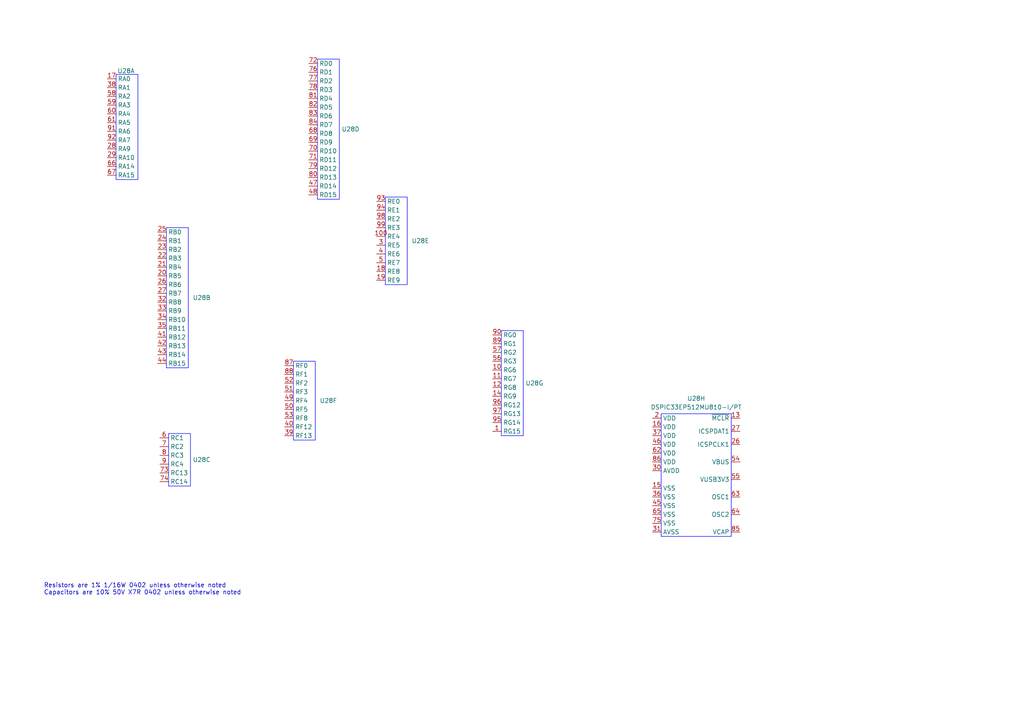
<source format=kicad_sch>
(kicad_sch (version 20250114) (generator "eeschema") (generator_version "9.0")
  (paper "A4")
  (title_block (title "RPI CMx Carrier") (date "2025-12-07") (rev "2.00-0A") (comment 1 "Jean-Francois Bilodeau") (comment 2 "P.Eng #6022173") (comment 3 "203-1690 Rue des quatre-saisons") (comment 4 "Sherbrooke, Canada, J1E0N2") (comment 5 "KiCad Rev 9.0") (comment 6 "TBD") (comment 7 "TBD") (comment 8 "WIP"))
  (lib_symbols
    (symbol "KicadCompDb:Digital/DIGITAL_00004"
      (property "Reference" "U" (at 10.16 1.27 0))
      (property "Value" "DSPIC33EP512MU810-I/PT" (at 0 0 0))
      (symbol "Digital/DIGITAL_00004_1_1"
        (rectangle (start 0 0) (end 6.35 -30.48) (stroke (width 0) (color 0 0 255 1)))
        (pin input line (at -2.54 -1.27 0) (length 2.54) (name "RA0") (number "17"))
        (pin input line (at -2.54 -3.81 0) (length 2.54) (name "RA1") (number "38"))
        (pin input line (at -2.54 -6.35 0) (length 2.54) (name "RA2") (number "58"))
        (pin input line (at -2.54 -8.89 0) (length 2.54) (name "RA3") (number "59"))
        (pin input line (at -2.54 -11.43 0) (length 2.54) (name "RA4") (number "60"))
        (pin input line (at -2.54 -13.97 0) (length 2.54) (name "RA5") (number "61"))
        (pin input line (at -2.54 -16.51 0) (length 2.54) (name "RA6") (number "91"))
        (pin input line (at -2.54 -19.05 0) (length 2.54) (name "RA7") (number "92"))
        (pin input line (at -2.54 -21.59 0) (length 2.54) (name "RA9") (number "28"))
        (pin input line (at -2.54 -24.13 0) (length 2.54) (name "RA10") (number "29"))
        (pin input line (at -2.54 -26.67 0) (length 2.54) (name "RA14") (number "66"))
        (pin input line (at -2.54 -29.21 0) (length 2.54) (name "RA15") (number "67"))
      )
      (symbol "Digital/DIGITAL_00004_2_1"
        (rectangle (start 0 0) (end 6.35 -40.64) (stroke (width 0) (color 0 0 255 1)))
        (pin input line (at -2.54 -1.27 0) (length 2.54) (name "RB0") (number "25"))
        (pin input line (at -2.54 -3.81 0) (length 2.54) (name "RB1") (number "24"))
        (pin input line (at -2.54 -6.35 0) (length 2.54) (name "RB2") (number "23"))
        (pin input line (at -2.54 -8.89 0) (length 2.54) (name "RB3") (number "22"))
        (pin input line (at -2.54 -11.43 0) (length 2.54) (name "RB4") (number "21"))
        (pin input line (at -2.54 -13.97 0) (length 2.54) (name "RB5") (number "20"))
        (pin input line (at -2.54 -16.51 0) (length 2.54) (name "RB6") (number "26"))
        (pin input line (at -2.54 -19.05 0) (length 2.54) (name "RB7") (number "27"))
        (pin input line (at -2.54 -21.59 0) (length 2.54) (name "RB8") (number "32"))
        (pin input line (at -2.54 -24.13 0) (length 2.54) (name "RB9") (number "33"))
        (pin input line (at -2.54 -26.67 0) (length 2.54) (name "RB10") (number "34"))
        (pin input line (at -2.54 -29.21 0) (length 2.54) (name "RB11") (number "35"))
        (pin input line (at -2.54 -31.75 0) (length 2.54) (name "RB12") (number "41"))
        (pin input line (at -2.54 -34.29 0) (length 2.54) (name "RB13") (number "42"))
        (pin input line (at -2.54 -36.83 0) (length 2.54) (name "RB14") (number "43"))
        (pin input line (at -2.54 -39.37 0) (length 2.54) (name "RB15") (number "44"))
      )
      (symbol "Digital/DIGITAL_00004_3_1"
        (rectangle (start 0 0) (end 6.35 -15.24) (stroke (width 0) (color 0 0 255 1)))
        (pin input line (at -2.54 -1.27 0) (length 2.54) (name "RC1") (number "6"))
        (pin input line (at -2.54 -3.81 0) (length 2.54) (name "RC2") (number "7"))
        (pin input line (at -2.54 -6.35 0) (length 2.54) (name "RC3") (number "8"))
        (pin input line (at -2.54 -8.89 0) (length 2.54) (name "RC4") (number "9"))
        (pin input line (at -2.54 -11.43 0) (length 2.54) (name "RC13") (number "73"))
        (pin input line (at -2.54 -13.97 0) (length 2.54) (name "RC14") (number "74"))
      )
      (symbol "Digital/DIGITAL_00004_4_1"
        (rectangle (start 0 0) (end 6.35 -40.64) (stroke (width 0) (color 0 0 255 1)))
        (pin input line (at -2.54 -1.27 0) (length 2.54) (name "RD0") (number "72"))
        (pin input line (at -2.54 -3.81 0) (length 2.54) (name "RD1") (number "76"))
        (pin input line (at -2.54 -6.35 0) (length 2.54) (name "RD2") (number "77"))
        (pin input line (at -2.54 -8.89 0) (length 2.54) (name "RD3") (number "78"))
        (pin input line (at -2.54 -11.43 0) (length 2.54) (name "RD4") (number "81"))
        (pin input line (at -2.54 -13.97 0) (length 2.54) (name "RD5") (number "82"))
        (pin input line (at -2.54 -16.51 0) (length 2.54) (name "RD6") (number "83"))
        (pin input line (at -2.54 -19.05 0) (length 2.54) (name "RD7") (number "84"))
        (pin input line (at -2.54 -21.59 0) (length 2.54) (name "RD8") (number "68"))
        (pin input line (at -2.54 -24.13 0) (length 2.54) (name "RD9") (number "69"))
        (pin input line (at -2.54 -26.67 0) (length 2.54) (name "RD10") (number "70"))
        (pin input line (at -2.54 -29.21 0) (length 2.54) (name "RD11") (number "71"))
        (pin input line (at -2.54 -31.75 0) (length 2.54) (name "RD12") (number "79"))
        (pin input line (at -2.54 -34.29 0) (length 2.54) (name "RD13") (number "80"))
        (pin input line (at -2.54 -36.83 0) (length 2.54) (name "RD14") (number "47"))
        (pin input line (at -2.54 -39.37 0) (length 2.54) (name "RD15") (number "48"))
      )
      (symbol "Digital/DIGITAL_00004_5_1"
        (rectangle (start 0 0) (end 6.35 -25.4) (stroke (width 0) (color 0 0 255 1)))
        (pin input line (at -2.54 -1.27 0) (length 2.54) (name "RE0") (number "93"))
        (pin input line (at -2.54 -3.81 0) (length 2.54) (name "RE1") (number "94"))
        (pin input line (at -2.54 -6.35 0) (length 2.54) (name "RE2") (number "98"))
        (pin input line (at -2.54 -8.89 0) (length 2.54) (name "RE3") (number "99"))
        (pin input line (at -2.54 -11.43 0) (length 2.54) (name "RE4") (number "100"))
        (pin input line (at -2.54 -13.97 0) (length 2.54) (name "RE5") (number "3"))
        (pin input line (at -2.54 -16.51 0) (length 2.54) (name "RE6") (number "4"))
        (pin input line (at -2.54 -19.05 0) (length 2.54) (name "RE7") (number "5"))
        (pin input line (at -2.54 -21.59 0) (length 2.54) (name "RE8") (number "18"))
        (pin input line (at -2.54 -24.13 0) (length 2.54) (name "RE9") (number "19"))
      )
      (symbol "Digital/DIGITAL_00004_6_1"
        (rectangle (start 0 0) (end 6.35 -22.86) (stroke (width 0) (color 0 0 255 1)))
        (pin input line (at -2.54 -1.27 0) (length 2.54) (name "RF0") (number "87"))
        (pin input line (at -2.54 -3.81 0) (length 2.54) (name "RF1") (number "88"))
        (pin input line (at -2.54 -6.35 0) (length 2.54) (name "RF2") (number "52"))
        (pin input line (at -2.54 -8.89 0) (length 2.54) (name "RF3") (number "51"))
        (pin input line (at -2.54 -11.43 0) (length 2.54) (name "RF4") (number "49"))
        (pin input line (at -2.54 -13.97 0) (length 2.54) (name "RF5") (number "50"))
        (pin input line (at -2.54 -16.51 0) (length 2.54) (name "RF8") (number "53"))
        (pin input line (at -2.54 -19.05 0) (length 2.54) (name "RF12") (number "40"))
        (pin input line (at -2.54 -21.59 0) (length 2.54) (name "RF13") (number "39"))
      )
      (symbol "Digital/DIGITAL_00004_7_1"
        (rectangle (start 0 0) (end 6.35 -30.48) (stroke (width 0) (color 0 0 255 1)))
        (pin input line (at -2.54 -1.27 0) (length 2.54) (name "RG0") (number "90"))
        (pin input line (at -2.54 -3.81 0) (length 2.54) (name "RG1") (number "89"))
        (pin input line (at -2.54 -6.35 0) (length 2.54) (name "RG2") (number "57"))
        (pin input line (at -2.54 -8.89 0) (length 2.54) (name "RG3") (number "56"))
        (pin input line (at -2.54 -11.43 0) (length 2.54) (name "RG6") (number "10"))
        (pin input line (at -2.54 -13.97 0) (length 2.54) (name "RG7") (number "11"))
        (pin input line (at -2.54 -16.51 0) (length 2.54) (name "RG8") (number "12"))
        (pin input line (at -2.54 -19.05 0) (length 2.54) (name "RG9") (number "14"))
        (pin input line (at -2.54 -21.59 0) (length 2.54) (name "RG12") (number "96"))
        (pin input line (at -2.54 -24.13 0) (length 2.54) (name "RG13") (number "97"))
        (pin input line (at -2.54 -26.67 0) (length 2.54) (name "RG14") (number "95"))
        (pin input line (at -2.54 -29.21 0) (length 2.54) (name "RG15") (number "1"))
      )
      (symbol "Digital/DIGITAL_00004_8_1"
        (rectangle (start 0 0) (end 20.32 -35.56) (stroke (width 0) (color 0 0 255 1)))
        (pin power_in line (at -2.54 -1.27 0) (length 2.54) (name "VDD") (number "2"))
        (pin power_in line (at -2.54 -3.81 0) (length 2.54) (name "VDD") (number "16"))
        (pin power_in line (at -2.54 -6.35 0) (length 2.54) (name "VDD") (number "37"))
        (pin power_in line (at -2.54 -8.89 0) (length 2.54) (name "VDD") (number "46"))
        (pin power_in line (at -2.54 -11.43 0) (length 2.54) (name "VDD") (number "62"))
        (pin power_in line (at -2.54 -13.97 0) (length 2.54) (name "VDD") (number "86"))
        (pin power_in line (at -2.54 -16.51 0) (length 2.54) (name "AVDD") (number "30"))
        (pin power_in line (at -2.54 -21.59 0) (length 2.54) (name "VSS") (number "15"))
        (pin power_in line (at -2.54 -24.13 0) (length 2.54) (name "VSS") (number "36"))
        (pin power_in line (at -2.54 -26.67 0) (length 2.54) (name "VSS") (number "45"))
        (pin power_in line (at -2.54 -29.21 0) (length 2.54) (name "VSS") (number "65"))
        (pin power_in line (at -2.54 -31.75 0) (length 2.54) (name "VSS") (number "75"))
        (pin power_in line (at -2.54 -34.29 0) (length 2.54) (name "AVSS") (number "31"))
        (pin input line (at 22.86 -1.27 180) (length 2.54) (name "~{MCLR}") (number "13"))
        (pin bidirectional line (at 22.86 -5.08 180) (length 2.54) (name "ICSPDAT1") (number "27"))
        (pin input line (at 22.86 -8.89 180) (length 2.54) (name "ICSPCLK1") (number "26"))
        (pin power_in line (at 22.86 -13.97 180) (length 2.54) (name "VBUS") (number "54"))
        (pin power_in line (at 22.86 -19.05 180) (length 2.54) (name "VUSB3V3") (number "55"))
        (pin input line (at 22.86 -24.13 180) (length 2.54) (name "OSC1") (number "63"))
        (pin input line (at 22.86 -29.21 180) (length 2.54) (name "OSC2") (number "64"))
        (pin power_in line (at 22.86 -34.29 180) (length 2.54) (name "VCAP") (number "85"))
      )
    )
  )
  (bus_alias "MKB" (members "AN" "~{RST}" "~{CS}" "SCK" "MISO" "MOSI" "SDA" "SCL" "TX" "RX" "INT" "PWM"))
  (text "Resistors are 1% 1/16W 0402 unless otherwise noted\nCapacitors are 10% 50V X7R 0402 unless otherwise noted" (at 12.7 170.942 0) (effects (font (size 1.27 1.27)) (justify left)))
  (symbol (lib_id "KicadCompDb:Digital/DIGITAL_00004") (at 48.26 66.04 0) (unit 2)
    (property "Reference" "U28" (at 55.88 86.3599 0) (effects (justify left)))
    (property "Value" "DSPIC33EP512MU810-I/PT" (effects (hide yes)))
    (property "Footprint" "footprint:TQFP-100-12x12" (effects (hide yes)))
    (property "Datasheet" "https://ww1.microchip.com/downloads/en/DeviceDoc/70616g.pdf" (effects (hide yes)))
    (property "Description" "IC MCU 16BIT 512KB FLASH 100TQFP" (effects (hide yes)))
    (property "Type" "MCU DSPIC33EP" (effects (hide yes)))
    (property "Interface" "CANbus, I2C, IrDA, LINbus, QEI, SPI, UART/USART, USB OTG\n" (effects (hide yes)))
    (property "Supply Voltage" "3V ~ 3.6V" (effects (hide yes)))
    (property "Package" "100-TQFP" (effects (hide yes)))
    (property "Operating Temperature" "-40°C ~ 85°C" (effects (hide yes)))
    (property "Dimensions" "12mm x 12mm" (effects (hide yes)))
    (property "Manufacturer" "Microchip Technology" (effects (hide yes)))
    (property "Manufacturer Part Number" "DSPIC33EP512MU810-I/PT" (effects (hide yes)))
    (property "Distributor" "DigiKey" (effects (hide yes)))
    (property "Distributor Part Number" "DSPIC33EP512MU810-I/PT-ND" (effects (hide yes)))
  )
  (symbol (lib_id "KicadCompDb:Digital/DIGITAL_00004") (at 145.415 95.885 0) (unit 7)
    (property "Reference" "U28" (at 152.4 111.1249 0) (effects (justify left)))
    (property "Value" "DSPIC33EP512MU810-I/PT" (effects (hide yes)))
    (property "Footprint" "footprint:TQFP-100-12x12" (effects (hide yes)))
    (property "Datasheet" "https://ww1.microchip.com/downloads/en/DeviceDoc/70616g.pdf" (effects (hide yes)))
    (property "Description" "IC MCU 16BIT 512KB FLASH 100TQFP" (effects (hide yes)))
    (property "Type" "MCU DSPIC33EP" (effects (hide yes)))
    (property "Interface" "CANbus, I2C, IrDA, LINbus, QEI, SPI, UART/USART, USB OTG\n" (effects (hide yes)))
    (property "Supply Voltage" "3V ~ 3.6V" (effects (hide yes)))
    (property "Package" "100-TQFP" (effects (hide yes)))
    (property "Operating Temperature" "-40°C ~ 85°C" (effects (hide yes)))
    (property "Dimensions" "12mm x 12mm" (effects (hide yes)))
    (property "Manufacturer" "Microchip Technology" (effects (hide yes)))
    (property "Manufacturer Part Number" "DSPIC33EP512MU810-I/PT" (effects (hide yes)))
    (property "Distributor" "DigiKey" (effects (hide yes)))
    (property "Distributor Part Number" "DSPIC33EP512MU810-I/PT-ND" (effects (hide yes)))
  )
  (symbol (lib_id "KicadCompDb:Digital/DIGITAL_00004") (at 33.655 21.59 0) (unit 1)
    (property "Reference" "U28" (at 34.036 20.574 0) (effects (justify left)))
    (property "Value" "DSPIC33EP512MU810-I/PT" (effects (hide yes)))
    (property "Footprint" "footprint:TQFP-100-12x12" (effects (hide yes)))
    (property "Datasheet" "https://ww1.microchip.com/downloads/en/DeviceDoc/70616g.pdf" (effects (hide yes)))
    (property "Description" "IC MCU 16BIT 512KB FLASH 100TQFP" (effects (hide yes)))
    (property "Type" "MCU DSPIC33EP" (effects (hide yes)))
    (property "Interface" "CANbus, I2C, IrDA, LINbus, QEI, SPI, UART/USART, USB OTG\n" (effects (hide yes)))
    (property "Supply Voltage" "3V ~ 3.6V" (effects (hide yes)))
    (property "Package" "100-TQFP" (effects (hide yes)))
    (property "Operating Temperature" "-40°C ~ 85°C" (effects (hide yes)))
    (property "Dimensions" "12mm x 12mm" (effects (hide yes)))
    (property "Manufacturer" "Microchip Technology" (effects (hide yes)))
    (property "Manufacturer Part Number" "DSPIC33EP512MU810-I/PT" (effects (hide yes)))
    (property "Distributor" "DigiKey" (effects (hide yes)))
    (property "Distributor Part Number" "DSPIC33EP512MU810-I/PT-ND" (effects (hide yes)))
  )
  (symbol (lib_id "KicadCompDb:Digital/DIGITAL_00004") (at 92.075 17.145 0) (unit 4)
    (property "Reference" "U28" (at 99.06 37.4649 0) (effects (justify left)))
    (property "Value" "DSPIC33EP512MU810-I/PT" (effects (hide yes)))
    (property "Footprint" "footprint:TQFP-100-12x12" (effects (hide yes)))
    (property "Datasheet" "https://ww1.microchip.com/downloads/en/DeviceDoc/70616g.pdf" (effects (hide yes)))
    (property "Description" "IC MCU 16BIT 512KB FLASH 100TQFP" (effects (hide yes)))
    (property "Type" "MCU DSPIC33EP" (effects (hide yes)))
    (property "Interface" "CANbus, I2C, IrDA, LINbus, QEI, SPI, UART/USART, USB OTG\n" (effects (hide yes)))
    (property "Supply Voltage" "3V ~ 3.6V" (effects (hide yes)))
    (property "Package" "100-TQFP" (effects (hide yes)))
    (property "Operating Temperature" "-40°C ~ 85°C" (effects (hide yes)))
    (property "Dimensions" "12mm x 12mm" (effects (hide yes)))
    (property "Manufacturer" "Microchip Technology" (effects (hide yes)))
    (property "Manufacturer Part Number" "DSPIC33EP512MU810-I/PT" (effects (hide yes)))
    (property "Distributor" "DigiKey" (effects (hide yes)))
    (property "Distributor Part Number" "DSPIC33EP512MU810-I/PT-ND" (effects (hide yes)))
  )
  (symbol (lib_id "KicadCompDb:Digital/DIGITAL_00004") (at 48.895 125.73 0) (unit 3)
    (property "Reference" "U28" (at 55.88 133.3499 0) (effects (justify left)))
    (property "Value" "DSPIC33EP512MU810-I/PT" (effects (hide yes)))
    (property "Footprint" "footprint:TQFP-100-12x12" (effects (hide yes)))
    (property "Datasheet" "https://ww1.microchip.com/downloads/en/DeviceDoc/70616g.pdf" (effects (hide yes)))
    (property "Description" "IC MCU 16BIT 512KB FLASH 100TQFP" (effects (hide yes)))
    (property "Type" "MCU DSPIC33EP" (effects (hide yes)))
    (property "Interface" "CANbus, I2C, IrDA, LINbus, QEI, SPI, UART/USART, USB OTG\n" (effects (hide yes)))
    (property "Supply Voltage" "3V ~ 3.6V" (effects (hide yes)))
    (property "Package" "100-TQFP" (effects (hide yes)))
    (property "Operating Temperature" "-40°C ~ 85°C" (effects (hide yes)))
    (property "Dimensions" "12mm x 12mm" (effects (hide yes)))
    (property "Manufacturer" "Microchip Technology" (effects (hide yes)))
    (property "Manufacturer Part Number" "DSPIC33EP512MU810-I/PT" (effects (hide yes)))
    (property "Distributor" "DigiKey" (effects (hide yes)))
    (property "Distributor Part Number" "DSPIC33EP512MU810-I/PT-ND" (effects (hide yes)))
  )
  (symbol (lib_id "KicadCompDb:Digital/DIGITAL_00004") (at 111.76 57.15 0) (unit 5)
    (property "Reference" "U28" (at 119.38 69.8499 0) (effects (justify left)))
    (property "Value" "DSPIC33EP512MU810-I/PT" (effects (hide yes)))
    (property "Footprint" "footprint:TQFP-100-12x12" (effects (hide yes)))
    (property "Datasheet" "https://ww1.microchip.com/downloads/en/DeviceDoc/70616g.pdf" (effects (hide yes)))
    (property "Description" "IC MCU 16BIT 512KB FLASH 100TQFP" (effects (hide yes)))
    (property "Type" "MCU DSPIC33EP" (effects (hide yes)))
    (property "Interface" "CANbus, I2C, IrDA, LINbus, QEI, SPI, UART/USART, USB OTG\n" (effects (hide yes)))
    (property "Supply Voltage" "3V ~ 3.6V" (effects (hide yes)))
    (property "Package" "100-TQFP" (effects (hide yes)))
    (property "Operating Temperature" "-40°C ~ 85°C" (effects (hide yes)))
    (property "Dimensions" "12mm x 12mm" (effects (hide yes)))
    (property "Manufacturer" "Microchip Technology" (effects (hide yes)))
    (property "Manufacturer Part Number" "DSPIC33EP512MU810-I/PT" (effects (hide yes)))
    (property "Distributor" "DigiKey" (effects (hide yes)))
    (property "Distributor Part Number" "DSPIC33EP512MU810-I/PT-ND" (effects (hide yes)))
  )
  (symbol (lib_id "KicadCompDb:Digital/DIGITAL_00004") (at 191.77 120.015 0) (unit 8)
    (property "Reference" "U28" (at 201.93 115.57 0))
    (property "Value" "DSPIC33EP512MU810-I/PT" (at 201.93 118.11 0))
    (property "Footprint" "footprint:TQFP-100-12x12" (effects (hide yes)))
    (property "Datasheet" "https://ww1.microchip.com/downloads/en/DeviceDoc/70616g.pdf" (effects (hide yes)))
    (property "Description" "IC MCU 16BIT 512KB FLASH 100TQFP" (effects (hide yes)))
    (property "Type" "MCU DSPIC33EP" (effects (hide yes)))
    (property "Interface" "CANbus, I2C, IrDA, LINbus, QEI, SPI, UART/USART, USB OTG\n" (effects (hide yes)))
    (property "Supply Voltage" "3V ~ 3.6V" (effects (hide yes)))
    (property "Package" "100-TQFP" (effects (hide yes)))
    (property "Operating Temperature" "-40°C ~ 85°C" (effects (hide yes)))
    (property "Dimensions" "12mm x 12mm" (effects (hide yes)))
    (property "Manufacturer" "Microchip Technology" (effects (hide yes)))
    (property "Manufacturer Part Number" "DSPIC33EP512MU810-I/PT" (effects (hide yes)))
    (property "Distributor" "DigiKey" (effects (hide yes)))
    (property "Distributor Part Number" "DSPIC33EP512MU810-I/PT-ND" (effects (hide yes)))
  )
  (symbol (lib_id "KicadCompDb:Digital/DIGITAL_00004") (at 85.09 104.775 0) (unit 6)
    (property "Reference" "U28" (at 92.71 116.2049 0) (effects (justify left)))
    (property "Value" "DSPIC33EP512MU810-I/PT" (effects (hide yes)))
    (property "Footprint" "footprint:TQFP-100-12x12" (effects (hide yes)))
    (property "Datasheet" "https://ww1.microchip.com/downloads/en/DeviceDoc/70616g.pdf" (effects (hide yes)))
    (property "Description" "IC MCU 16BIT 512KB FLASH 100TQFP" (effects (hide yes)))
    (property "Type" "MCU DSPIC33EP" (effects (hide yes)))
    (property "Interface" "CANbus, I2C, IrDA, LINbus, QEI, SPI, UART/USART, USB OTG\n" (effects (hide yes)))
    (property "Supply Voltage" "3V ~ 3.6V" (effects (hide yes)))
    (property "Package" "100-TQFP" (effects (hide yes)))
    (property "Operating Temperature" "-40°C ~ 85°C" (effects (hide yes)))
    (property "Dimensions" "12mm x 12mm" (effects (hide yes)))
    (property "Manufacturer" "Microchip Technology" (effects (hide yes)))
    (property "Manufacturer Part Number" "DSPIC33EP512MU810-I/PT" (effects (hide yes)))
    (property "Distributor" "DigiKey" (effects (hide yes)))
    (property "Distributor Part Number" "DSPIC33EP512MU810-I/PT-ND" (effects (hide yes)))
  )
)
</source>
